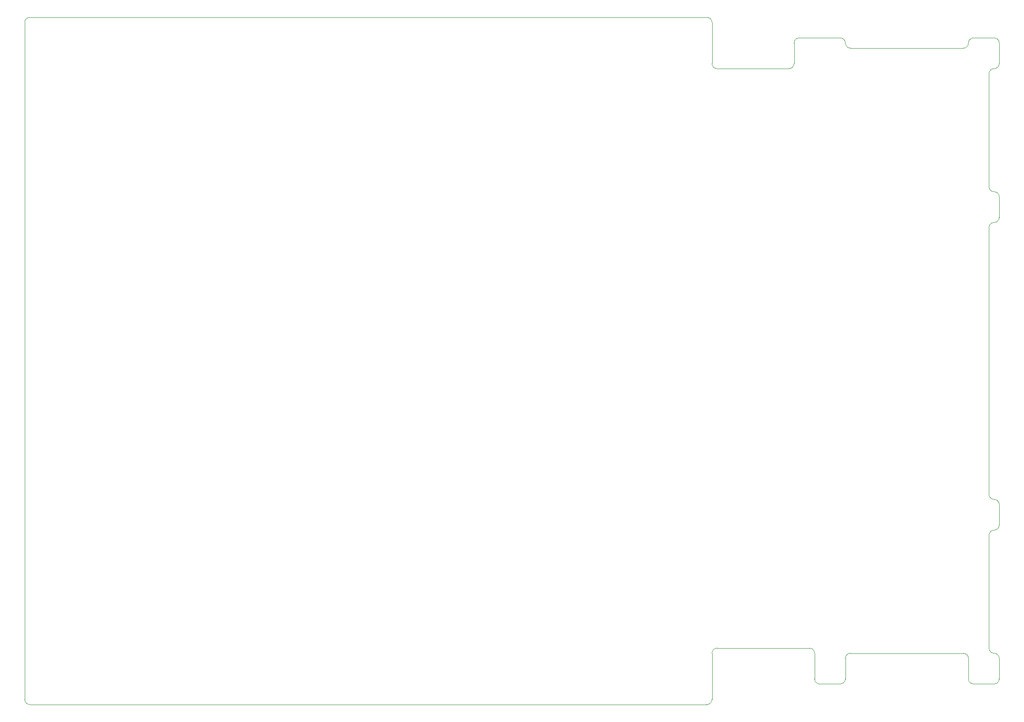
<source format=gbr>
G04 #@! TF.GenerationSoftware,KiCad,Pcbnew,6.0.10+dfsg-1~bpo11+1*
G04 #@! TF.ProjectId,storage,73746f72-6167-4652-9e6b-696361645f70,5.0*
G04 #@! TF.SameCoordinates,Original*
G04 #@! TF.FileFunction,Profile,NP*
%FSLAX46Y46*%
G04 Gerber Fmt 4.6, Leading zero omitted, Abs format (unit mm)*
%MOMM*%
%LPD*%
G01*
G04 APERTURE LIST*
G04 #@! TA.AperFunction,Profile*
%ADD10C,0.120000*%
G04 #@! TD*
G04 APERTURE END LIST*
D10*
X51000000Y-26000000D02*
X183000000Y-26000000D01*
X240000000Y-151000000D02*
X240000000Y-155000000D01*
X210000000Y-151000000D02*
X210000000Y-155000000D01*
X183000000Y-160000000D02*
X51000000Y-160000000D01*
X184000000Y-150000000D02*
X184000000Y-159000000D01*
X203000000Y-149000000D02*
X185000000Y-149000000D01*
X200000000Y-35000000D02*
X200000000Y-31000000D01*
X185000000Y-36000000D02*
X199000000Y-36000000D01*
X211000000Y-32000000D02*
X233000000Y-32000000D01*
X240000000Y-121000000D02*
X240000000Y-125000000D01*
X209000000Y-156000000D02*
X205000000Y-156000000D01*
X238000000Y-67000000D02*
X238000000Y-119000000D01*
X234000000Y-155000000D02*
X234000000Y-151000000D01*
X239000000Y-156000000D02*
X235000000Y-156000000D01*
X233000000Y-150000000D02*
X211000000Y-150000000D01*
X201000000Y-30000000D02*
X209000000Y-30000000D01*
X240000000Y-31000000D02*
X240000000Y-35000000D01*
X184000000Y-27000000D02*
X184000000Y-35000000D01*
X204000000Y-155000000D02*
X204000000Y-150000000D01*
X50000000Y-159000000D02*
X50000000Y-27000000D01*
X235000000Y-30000000D02*
X239000000Y-30000000D01*
X238000000Y-37000000D02*
X238000000Y-59000000D01*
X238000000Y-127000000D02*
X238000000Y-149000000D01*
X240000000Y-61000000D02*
X240000000Y-65000000D01*
X51000000Y-26000000D02*
G75*
G03*
X50000000Y-27000000I-1J-999999D01*
G01*
X50000000Y-159000000D02*
G75*
G03*
X51000000Y-160000000I999999J-1D01*
G01*
X238000000Y-119000000D02*
G75*
G03*
X239000000Y-120000000I1000000J0D01*
G01*
X199000000Y-36000000D02*
G75*
G03*
X200000000Y-35000000I0J1000000D01*
G01*
X234000000Y-155000000D02*
G75*
G03*
X235000000Y-156000000I1000000J0D01*
G01*
X211000000Y-150000000D02*
G75*
G03*
X210000000Y-151000000I0J-1000000D01*
G01*
X240000000Y-151000000D02*
G75*
G03*
X239000000Y-150000000I-1000000J0D01*
G01*
X239000000Y-126000000D02*
G75*
G03*
X240000000Y-125000000I0J1000000D01*
G01*
X239000000Y-36000000D02*
G75*
G03*
X240000000Y-35000000I0J1000000D01*
G01*
X184000000Y-27000000D02*
G75*
G03*
X183000000Y-26000000I-1000000J0D01*
G01*
X183000000Y-160000000D02*
G75*
G03*
X184000000Y-159000000I0J1000000D01*
G01*
X239000000Y-66000000D02*
G75*
G03*
X240000000Y-65000000I0J1000000D01*
G01*
X185000000Y-149000000D02*
G75*
G03*
X184000000Y-150000000I0J-1000000D01*
G01*
X238000000Y-59000000D02*
G75*
G03*
X239000000Y-60000000I1000000J0D01*
G01*
X239000000Y-126000000D02*
G75*
G03*
X238000000Y-127000000I0J-1000000D01*
G01*
X240000000Y-121000000D02*
G75*
G03*
X239000000Y-120000000I-1000000J0D01*
G01*
X239000000Y-36000000D02*
G75*
G03*
X238000000Y-37000000I0J-1000000D01*
G01*
X240000000Y-61000000D02*
G75*
G03*
X239000000Y-60000000I-1000000J0D01*
G01*
X234000000Y-151000000D02*
G75*
G03*
X233000000Y-150000000I-1000000J0D01*
G01*
X239000000Y-66000000D02*
G75*
G03*
X238000000Y-67000000I0J-1000000D01*
G01*
X210000000Y-31000000D02*
G75*
G03*
X209000000Y-30000000I-1000000J0D01*
G01*
X240000000Y-31000000D02*
G75*
G03*
X239000000Y-30000000I-1000000J0D01*
G01*
X204000000Y-155000000D02*
G75*
G03*
X205000000Y-156000000I1000000J0D01*
G01*
X210000000Y-31000000D02*
G75*
G03*
X211000000Y-32000000I1000000J0D01*
G01*
X233000000Y-32000000D02*
G75*
G03*
X234000000Y-31000000I0J1000000D01*
G01*
X239000000Y-156000000D02*
G75*
G03*
X240000000Y-155000000I0J1000000D01*
G01*
X209000000Y-156000000D02*
G75*
G03*
X210000000Y-155000000I0J1000000D01*
G01*
X201000000Y-30000000D02*
G75*
G03*
X200000000Y-31000000I0J-1000000D01*
G01*
X235000000Y-30000000D02*
G75*
G03*
X234000000Y-31000000I0J-1000000D01*
G01*
X238000000Y-149000000D02*
G75*
G03*
X239000000Y-150000000I1000000J0D01*
G01*
X204000000Y-150000000D02*
G75*
G03*
X203000000Y-149000000I-1000000J0D01*
G01*
X184000000Y-35000000D02*
G75*
G03*
X185000000Y-36000000I1000000J0D01*
G01*
M02*

</source>
